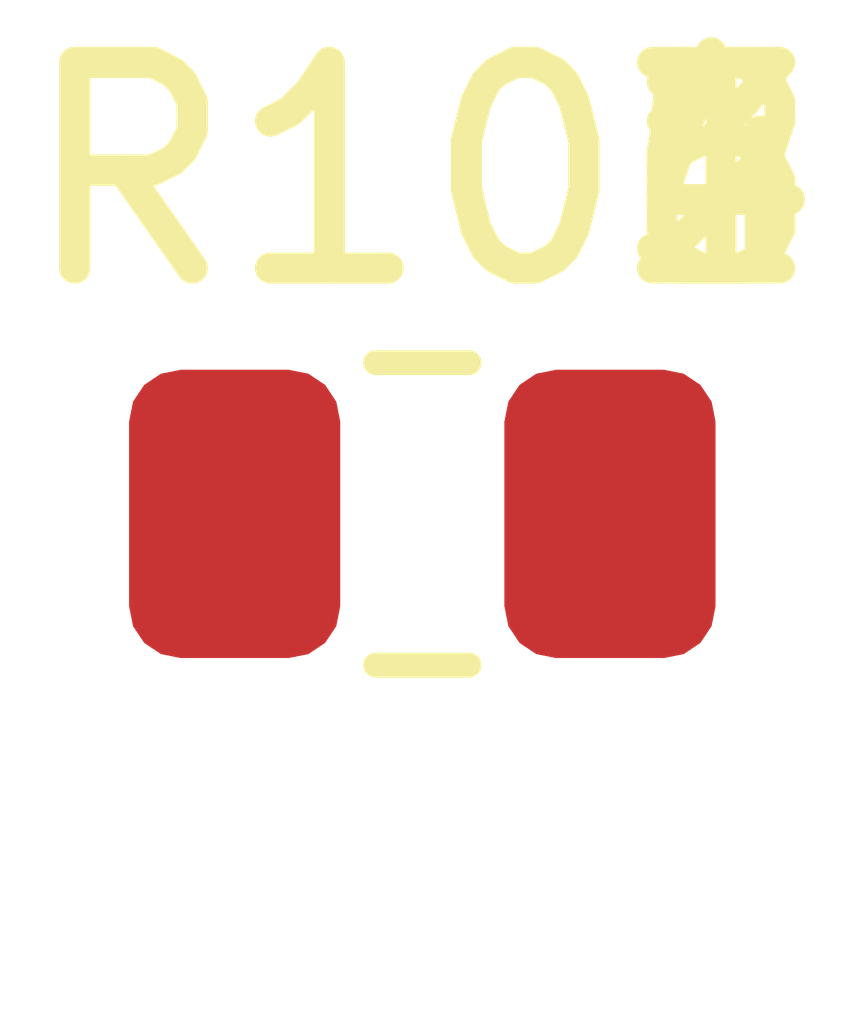
<source format=kicad_pcb>
(kicad_pcb (version 20210925) (generator pcbnew)
  (layers (0 "F.Cu" signal) (31 "B.Cu" signal) (34 "B.Paste" user) (35 "F.Paste" user) (36 "B.SilkS" user "B.Silkscreen") (37 "F.SilkS" user "F.Silkscreen") (38 "B.Mask" user) (39 "F.Mask" user) (44 "Edge.Cuts" user))
  (net 0 "")
  (net 1 "/RES_HIGH_SIDE")
  (net 2 "/RES_COMMON")
  (net 3 "/RES_LOW_SIDE")
  (footprint "Resistor_SMD:R_0805_2012Metric" (layer "F.Cu") (at 0 0)
    (fp_text reference "R102" (at 0 -1.65) (layer "F.SilkS"))
    (fp_text value "R")
    (fp_line (start -0.227064 -0.735) (end 0.227064 -0.735) (layer "F.SilkS") (width 0.12))
    (fp_line (start -0.227064 0.735) (end 0.227064 0.735) (layer "F.SilkS") (width 0.12))
    (pad "1" smd roundrect locked (at -0.9125 0) (size 1.025 1.4) (layers "F.Cu" "F.Paste" "F.Mask") (roundrect_rratio 0.243902) (net 1 "/RES_HIGH_SIDE"))
    (pad "2" smd roundrect locked (at 0.9125 0) (size 1.025 1.4) (layers "F.Cu" "F.Paste" "F.Mask") (roundrect_rratio 0.243902) (net 2 "/RES_COMMON"))
  )
  (footprint "Resistor_SMD:R_0805_2012Metric" (layer "F.Cu") (at 0 0)
    (fp_text reference "R103" (at 0 -1.65) (layer "F.SilkS"))
    (fp_text value "R")
    (fp_line (start -0.227064 0.735) (end 0.227064 0.735) (layer "F.SilkS") (width 0.12))
    (fp_line (start -0.227064 -0.735) (end 0.227064 -0.735) (layer "F.SilkS") (width 0.12))
    (pad "1" smd roundrect locked (at -0.9125 0) (size 1.025 1.4) (layers "F.Cu" "F.Paste" "F.Mask") (roundrect_rratio 0.243902) (net 1 "/RES_HIGH_SIDE"))
    (pad "2" smd roundrect locked (at 0.9125 0) (size 1.025 1.4) (layers "F.Cu" "F.Paste" "F.Mask") (roundrect_rratio 0.243902) (net 2 "/RES_COMMON"))
  )
  (footprint "Resistor_SMD:R_0805_2012Metric" (layer "F.Cu") (at 0 0)
    (fp_text reference "R104" (at 0 -1.65) (layer "F.SilkS"))
    (fp_text value "R")
    (fp_line (start -0.227064 0.735) (end 0.227064 0.735) (layer "F.SilkS") (width 0.12))
    (fp_line (start -0.227064 -0.735) (end 0.227064 -0.735) (layer "F.SilkS") (width 0.12))
    (pad "1" smd roundrect locked (at -0.9125 0) (size 1.025 1.4) (layers "F.Cu" "F.Paste" "F.Mask") (roundrect_rratio 0.243902) (net 2 "/RES_COMMON"))
    (pad "2" smd roundrect locked (at 0.9125 0) (size 1.025 1.4) (layers "F.Cu" "F.Paste" "F.Mask") (roundrect_rratio 0.243902) (net 3 "/RES_LOW_SIDE"))
  )
  (footprint "Resistor_SMD:R_0805_2012Metric" (layer "F.Cu") (at 0 0)
    (fp_text reference "R106" (at 0 -1.65) (layer "F.SilkS"))
    (fp_text value "R")
    (fp_line (start -0.227064 0.735) (end 0.227064 0.735) (layer "F.SilkS") (width 0.12))
    (fp_line (start -0.227064 -0.735) (end 0.227064 -0.735) (layer "F.SilkS") (width 0.12))
    (pad "1" smd roundrect locked (at -0.9125 0) (size 1.025 1.4) (layers "F.Cu" "F.Paste" "F.Mask") (roundrect_rratio 0.243902) (net 2 "/RES_COMMON"))
    (pad "2" smd roundrect locked (at 0.9125 0) (size 1.025 1.4) (layers "F.Cu" "F.Paste" "F.Mask") (roundrect_rratio 0.243902) (net 3 "/RES_LOW_SIDE"))
  )
  (footprint "Resistor_SMD:R_0805_2012Metric" (layer "F.Cu") (at 0 0)
    (fp_text reference "R105" (at 0 -1.65) (layer "F.SilkS"))
    (fp_text value "R")
    (fp_line (start -0.227064 -0.735) (end 0.227064 -0.735) (layer "F.SilkS") (width 0.12))
    (fp_line (start -0.227064 0.735) (end 0.227064 0.735) (layer "F.SilkS") (width 0.12))
    (pad "1" smd roundrect locked (at -0.9125 0) (size 1.025 1.4) (layers "F.Cu" "F.Paste" "F.Mask") (roundrect_rratio 0.243902) (net 2 "/RES_COMMON"))
    (pad "2" smd roundrect locked (at 0.9125 0) (size 1.025 1.4) (layers "F.Cu" "F.Paste" "F.Mask") (roundrect_rratio 0.243902) (net 3 "/RES_LOW_SIDE"))
  )
  (footprint "Resistor_SMD:R_0805_2012Metric" (layer "F.Cu") (at 0 0)
    (fp_text reference "R101" (at 0 -1.65) (layer "F.SilkS"))
    (fp_text value "R")
    (fp_line (start -0.227064 0.735) (end 0.227064 0.735) (layer "F.SilkS") (width 0.12))
    (fp_line (start -0.227064 -0.735) (end 0.227064 -0.735) (layer "F.SilkS") (width 0.12))
    (pad "1" smd roundrect locked (at -0.9125 0) (size 1.025 1.4) (layers "F.Cu" "F.Paste" "F.Mask") (roundrect_rratio 0.243902) (net 1 "/RES_HIGH_SIDE"))
    (pad "2" smd roundrect locked (at 0.9125 0) (size 1.025 1.4) (layers "F.Cu" "F.Paste" "F.Mask") (roundrect_rratio 0.243902) (net 2 "/RES_COMMON"))
  )
)
</source>
